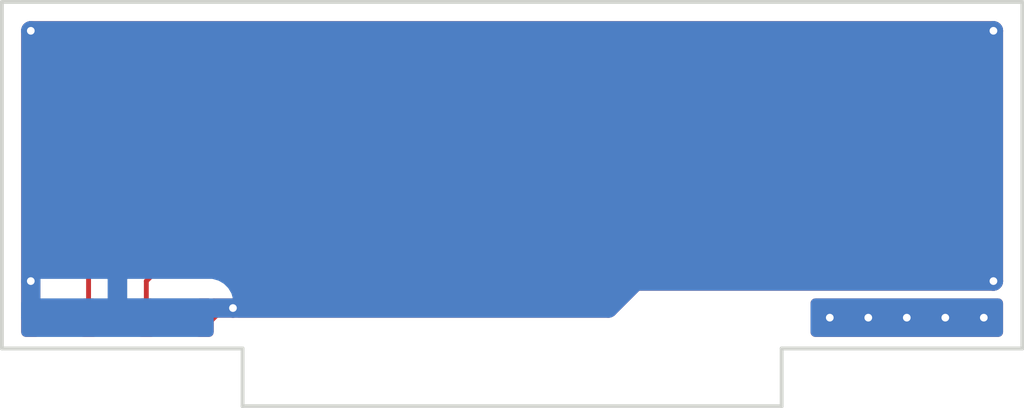
<source format=kicad_pcb>
(kicad_pcb (version 20211014) (generator pcbnew)
  (layers (0 "F.Cu" signal) (31 "B.Cu" signal) (34 "B.Paste" user) (35 "F.Paste" user) (36 "B.SilkS" user "B.Silkscreen") (37 "F.SilkS" user "F.Silkscreen") (38 "B.Mask" user) (39 "F.Mask" user) (44 "Edge.Cuts" user))
  (net 0 "")
  (net 1 "Net-(K1-Pad1)")
  (net 2 "Net-(K2-Pad1)")
  (net 3 "Net-(K3-Pad1)")
  (net 4 "Net-(K8-Pad1)")
  (footprint "Bergi:dummyPad" (layer "F.Cu") (at 105.6 76.5)
    (fp_text reference "K6" hide)
    (fp_text value "capPad" hide)
    (pad "1" smd roundrect (at 0 0) (size 10 4) (layers "F.Cu") (roundrect_rratio 0.0625) (net 1 "Net-(K1-Pad1)"))
  )
  (footprint "Bergi:dummyPad" (layer "F.Cu") (at 118.1 76.5)
    (fp_text reference "K7" hide)
    (fp_text value "capPad" hide)
    (pad "1" smd roundrect (at 0 0) (size 10 4) (layers "F.Cu") (roundrect_rratio 0.0625) (net 2 "Net-(K2-Pad1)"))
  )
  (footprint "Bergi:dummyPad" (layer "F.Cu") (at 100.85 80.7)
    (fp_text reference "K1" hide)
    (fp_text value "capPad" hide)
    (pad "1" smd roundrect (at 0 0) (size 0.5 1) (layers "F.Cu" "F.Mask") (net 1 "Net-(K1-Pad1)"))
  )
  (footprint "Bergi:dummyPad" (layer "F.Cu") (at 122.1 80.7)
    (fp_text reference "K8" hide)
    (fp_text value "capPad" hide)
    (pad "1" smd roundrect (at 0 0) (size 5 1) (layers "F.Cu" "F.Mask") (roundrect_rratio 0.125) (net 4 "Net-(K8-Pad1)"))
  )
  (footprint "Bergi:dummyPad" (layer "F.Cu") (at 99.35 80.7)
    (fp_text reference "K3" hide)
    (fp_text value "capPad" hide)
    (pad "1" smd roundrect (at 0 0) (size 0.5 1) (layers "F.Cu" "F.Mask") (net 3 "Net-(K3-Pad1)"))
  )
  (footprint "Bergi:dummyPad" (layer "F.Cu") (at 103.85 80.7)
    (fp_text reference "K5" hide)
    (fp_text value "capPad" hide)
    (pad "1" smd roundrect (at 0 0) (size 0.5 1) (layers "F.Cu" "F.Mask") (net 3 "Net-(K3-Pad1)"))
  )
  (footprint "Bergi:dummyPad" (layer "F.Cu") (at 102.35 80.7)
    (fp_text reference "K2" hide)
    (fp_text value "capPad" hide)
    (pad "1" smd roundrect (at 0 0) (size 0.5 1) (layers "F.Cu" "F.Mask") (net 2 "Net-(K2-Pad1)"))
  )
  (footprint "Bergi:dummyPad" (layer "B.Cu") (at 101.6 80.7 180)
    (fp_text reference "K4" hide)
    (fp_text value "capPad" hide)
    (pad "1" smd roundrect (at 0 0 180) (size 5 1) (layers "B.Cu" "B.Mask") (roundrect_rratio 0.125) (net 3 "Net-(K3-Pad1)"))
  )
  (footprint "Bergi:dummyPad" (layer "B.Cu") (at 122.1 80.7 180)
    (fp_text reference "K9" hide)
    (fp_text value "capPad" hide)
    (pad "1" smd roundrect (at 0 0 180) (size 5 1) (layers "B.Cu" "B.Mask") (roundrect_rratio 0.125) (net 4 "Net-(K8-Pad1)"))
  )
  (gr_line (start 104.85 81.5) (end 98.6 81.5) (layer "Edge.Cuts") (width 0.1))
  (gr_line (start 125.1 81.5) (end 125.1 72.5) (layer "Edge.Cuts") (width 0.1))
  (gr_line (start 98.6 81.5) (end 98.6 72.5) (layer "Edge.Cuts") (width 0.1))
  (gr_line (start 104.85 81.5) (end 104.85 83) (layer "Edge.Cuts") (width 0.1))
  (gr_line (start 104.85 83) (end 118.85 83) (layer "Edge.Cuts") (width 0.1))
  (gr_line (start 118.85 83) (end 118.85 81.5) (layer "Edge.Cuts") (width 0.1))
  (gr_line (start 118.85 81.5) (end 125.1 81.5) (layer "Edge.Cuts") (width 0.1))
  (gr_line (start 98.6 72.5) (end 125.1 72.5) (layer "Edge.Cuts") (width 0.1))
  (segment (start 100.85 76.95) (end 101.3 76.5) (width 0.127) (layer "F.Cu") (net 1))
  (segment (start 101.3 76.5) (end 105.6 76.5) (width 0.127) (layer "F.Cu") (net 1))
  (segment (start 100.85 80.7) (end 100.85 76.95) (width 0.127) (layer "F.Cu") (net 1))
  (segment (start 102.75 79.35) (end 112.25 79.35) (width 0.127) (layer "F.Cu") (net 2))
  (segment (start 115.1 76.5) (end 118.1 76.5) (width 0.127) (layer "F.Cu") (net 2))
  (segment (start 102.35 80.7) (end 102.35 79.75) (width 0.127) (layer "F.Cu") (net 2))
  (segment (start 102.35 79.75) (end 102.75 79.35) (width 0.127) (layer "F.Cu") (net 2))
  (segment (start 112.25 79.35) (end 115.1 76.5) (width 0.127) (layer "F.Cu") (net 2))
  (segment (start 124.35 73.25) (end 124.35 79.75) (width 0.5) (layer "F.Cu") (net 3))
  (segment (start 114.35 80.45) (end 104.6 80.45) (width 0.5) (layer "F.Cu") (net 3))
  (segment (start 104.6 80.45) (end 104.1 80.45) (width 0.5) (layer "F.Cu") (net 3))
  (segment (start 99.35 79.75) (end 99.35 73.25) (width 0.5) (layer "F.Cu") (net 3))
  (segment (start 99.35 80.7) (end 99.35 79.75) (width 0.5) (layer "F.Cu") (net 3))
  (segment (start 99.35 73.25) (end 124.35 73.25) (width 0.5) (layer "F.Cu") (net 3))
  (segment (start 104.1 80.45) (end 103.85 80.7) (width 0.5) (layer "F.Cu") (net 3))
  (segment (start 115.05 79.75) (end 114.35 80.45) (width 0.5) (layer "F.Cu") (net 3))
  (segment (start 124.35 79.75) (end 115.05 79.75) (width 0.5) (layer "F.Cu") (net 3))
  (via (at 99.35 73.25) (size 0.5) (drill 0.2) (layers "F.Cu" "B.Cu") (net 3))
  (via (at 124.35 79.75) (size 0.5) (drill 0.2) (layers "F.Cu" "B.Cu") (net 3))
  (via (at 99.35 79.75) (size 0.5) (drill 0.2) (layers "F.Cu" "B.Cu") (net 3))
  (via (at 104.6 80.45) (size 0.5) (drill 0.2) (layers "F.Cu" "B.Cu") (net 3))
  (via (at 124.35 73.25) (size 0.5) (drill 0.2) (layers "F.Cu" "B.Cu") (net 3))
  (segment (start 104.6 80.45) (end 101.85 80.45) (width 0.5) (layer "B.Cu") (net 3))
  (segment (start 101.6 80.7) (end 99.35 80.7) (width 0.5) (layer "B.Cu") (net 3))
  (segment (start 124.35 79.75) (end 115.05 79.75) (width 0.5) (layer "B.Cu") (net 3))
  (segment (start 101.85 80.45) (end 101.6 80.7) (width 0.5) (layer "B.Cu") (net 3))
  (segment (start 99.35 80.7) (end 99.35 73.25) (width 0.5) (layer "B.Cu") (net 3))
  (segment (start 115.05 79.75) (end 114.35 80.45) (width 0.5) (layer "B.Cu") (net 3))
  (segment (start 99.35 73.25) (end 124.35 73.25) (width 0.5) (layer "B.Cu") (net 3))
  (segment (start 114.35 80.45) (end 104.6 80.45) (width 0.5) (layer "B.Cu") (net 3))
  (segment (start 124.35 73.25) (end 124.35 79.75) (width 0.5) (layer "B.Cu") (net 3))
  (via (at 120.1 80.7) (size 0.5) (drill 0.2) (layers "F.Cu" "B.Cu") (net 4))
  (via (at 124.1 80.7) (size 0.5) (drill 0.2) (layers "F.Cu" "B.Cu") (net 4))
  (via (at 122.1 80.7) (size 0.5) (drill 0.2) (layers "F.Cu" "B.Cu") (net 4))
  (via (at 123.1 80.7) (size 0.5) (drill 0.2) (layers "F.Cu" "B.Cu") (net 4))
  (via (at 121.1 80.7) (size 0.5) (drill 0.2) (layers "F.Cu" "B.Cu") (net 4))
  (zone (net 3) (net_name "Net-(K3-Pad1)") (layer "B.Cu") (connect_pads (clearance 0.127)) (min_thickness 0.254) (fill yes (thermal_gap 0.508) (thermal_bridge_width 0.508))
    (polygon (pts (xy 99.35 80.7) (xy 103.85 80.7) (xy 114.436906 80.7) (xy 115.336906 79.8) (xy 124.35 79.8) (xy 124.35 73.25) (xy 99.35 73.25)))
  )
)
</source>
